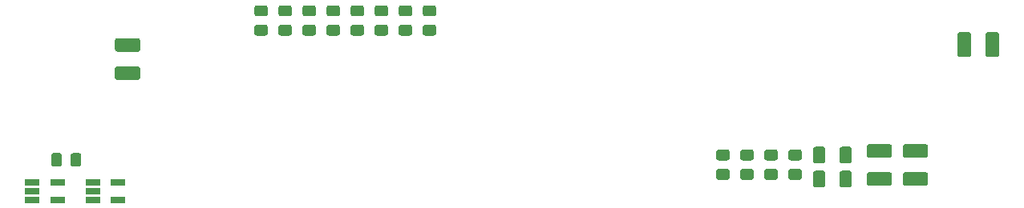
<source format=gbr>
G04 #@! TF.GenerationSoftware,KiCad,Pcbnew,(5.1.5)-3*
G04 #@! TF.CreationDate,2020-02-10T14:16:37+01:00*
G04 #@! TF.ProjectId,cmdr_mainboard,636d6472-5f6d-4616-996e-626f6172642e,rev?*
G04 #@! TF.SameCoordinates,Original*
G04 #@! TF.FileFunction,Paste,Top*
G04 #@! TF.FilePolarity,Positive*
%FSLAX46Y46*%
G04 Gerber Fmt 4.6, Leading zero omitted, Abs format (unit mm)*
G04 Created by KiCad (PCBNEW (5.1.5)-3) date 2020-02-10 14:16:37*
%MOMM*%
%LPD*%
G04 APERTURE LIST*
%ADD10C,0.100000*%
%ADD11R,1.560000X0.650000*%
G04 APERTURE END LIST*
D10*
G36*
X78442504Y-74436204D02*
G01*
X78466773Y-74439804D01*
X78490571Y-74445765D01*
X78513671Y-74454030D01*
X78535849Y-74464520D01*
X78556893Y-74477133D01*
X78576598Y-74491747D01*
X78594777Y-74508223D01*
X78611253Y-74526402D01*
X78625867Y-74546107D01*
X78638480Y-74567151D01*
X78648970Y-74589329D01*
X78657235Y-74612429D01*
X78663196Y-74636227D01*
X78666796Y-74660496D01*
X78668000Y-74685000D01*
X78668000Y-75610000D01*
X78666796Y-75634504D01*
X78663196Y-75658773D01*
X78657235Y-75682571D01*
X78648970Y-75705671D01*
X78638480Y-75727849D01*
X78625867Y-75748893D01*
X78611253Y-75768598D01*
X78594777Y-75786777D01*
X78576598Y-75803253D01*
X78556893Y-75817867D01*
X78535849Y-75830480D01*
X78513671Y-75840970D01*
X78490571Y-75849235D01*
X78466773Y-75855196D01*
X78442504Y-75858796D01*
X78418000Y-75860000D01*
X76268000Y-75860000D01*
X76243496Y-75858796D01*
X76219227Y-75855196D01*
X76195429Y-75849235D01*
X76172329Y-75840970D01*
X76150151Y-75830480D01*
X76129107Y-75817867D01*
X76109402Y-75803253D01*
X76091223Y-75786777D01*
X76074747Y-75768598D01*
X76060133Y-75748893D01*
X76047520Y-75727849D01*
X76037030Y-75705671D01*
X76028765Y-75682571D01*
X76022804Y-75658773D01*
X76019204Y-75634504D01*
X76018000Y-75610000D01*
X76018000Y-74685000D01*
X76019204Y-74660496D01*
X76022804Y-74636227D01*
X76028765Y-74612429D01*
X76037030Y-74589329D01*
X76047520Y-74567151D01*
X76060133Y-74546107D01*
X76074747Y-74526402D01*
X76091223Y-74508223D01*
X76109402Y-74491747D01*
X76129107Y-74477133D01*
X76150151Y-74464520D01*
X76172329Y-74454030D01*
X76195429Y-74445765D01*
X76219227Y-74439804D01*
X76243496Y-74436204D01*
X76268000Y-74435000D01*
X78418000Y-74435000D01*
X78442504Y-74436204D01*
G37*
G36*
X78442504Y-71461204D02*
G01*
X78466773Y-71464804D01*
X78490571Y-71470765D01*
X78513671Y-71479030D01*
X78535849Y-71489520D01*
X78556893Y-71502133D01*
X78576598Y-71516747D01*
X78594777Y-71533223D01*
X78611253Y-71551402D01*
X78625867Y-71571107D01*
X78638480Y-71592151D01*
X78648970Y-71614329D01*
X78657235Y-71637429D01*
X78663196Y-71661227D01*
X78666796Y-71685496D01*
X78668000Y-71710000D01*
X78668000Y-72635000D01*
X78666796Y-72659504D01*
X78663196Y-72683773D01*
X78657235Y-72707571D01*
X78648970Y-72730671D01*
X78638480Y-72752849D01*
X78625867Y-72773893D01*
X78611253Y-72793598D01*
X78594777Y-72811777D01*
X78576598Y-72828253D01*
X78556893Y-72842867D01*
X78535849Y-72855480D01*
X78513671Y-72865970D01*
X78490571Y-72874235D01*
X78466773Y-72880196D01*
X78442504Y-72883796D01*
X78418000Y-72885000D01*
X76268000Y-72885000D01*
X76243496Y-72883796D01*
X76219227Y-72880196D01*
X76195429Y-72874235D01*
X76172329Y-72865970D01*
X76150151Y-72855480D01*
X76129107Y-72842867D01*
X76109402Y-72828253D01*
X76091223Y-72811777D01*
X76074747Y-72793598D01*
X76060133Y-72773893D01*
X76047520Y-72752849D01*
X76037030Y-72730671D01*
X76028765Y-72707571D01*
X76022804Y-72683773D01*
X76019204Y-72659504D01*
X76018000Y-72635000D01*
X76018000Y-71710000D01*
X76019204Y-71685496D01*
X76022804Y-71661227D01*
X76028765Y-71637429D01*
X76037030Y-71614329D01*
X76047520Y-71592151D01*
X76060133Y-71571107D01*
X76074747Y-71551402D01*
X76091223Y-71533223D01*
X76109402Y-71516747D01*
X76129107Y-71502133D01*
X76150151Y-71489520D01*
X76172329Y-71479030D01*
X76195429Y-71470765D01*
X76219227Y-71464804D01*
X76243496Y-71461204D01*
X76268000Y-71460000D01*
X78418000Y-71460000D01*
X78442504Y-71461204D01*
G37*
G36*
X72240505Y-83629204D02*
G01*
X72264773Y-83632804D01*
X72288572Y-83638765D01*
X72311671Y-83647030D01*
X72333850Y-83657520D01*
X72354893Y-83670132D01*
X72374599Y-83684747D01*
X72392777Y-83701223D01*
X72409253Y-83719401D01*
X72423868Y-83739107D01*
X72436480Y-83760150D01*
X72446970Y-83782329D01*
X72455235Y-83805428D01*
X72461196Y-83829227D01*
X72464796Y-83853495D01*
X72466000Y-83877999D01*
X72466000Y-84778001D01*
X72464796Y-84802505D01*
X72461196Y-84826773D01*
X72455235Y-84850572D01*
X72446970Y-84873671D01*
X72436480Y-84895850D01*
X72423868Y-84916893D01*
X72409253Y-84936599D01*
X72392777Y-84954777D01*
X72374599Y-84971253D01*
X72354893Y-84985868D01*
X72333850Y-84998480D01*
X72311671Y-85008970D01*
X72288572Y-85017235D01*
X72264773Y-85023196D01*
X72240505Y-85026796D01*
X72216001Y-85028000D01*
X71565999Y-85028000D01*
X71541495Y-85026796D01*
X71517227Y-85023196D01*
X71493428Y-85017235D01*
X71470329Y-85008970D01*
X71448150Y-84998480D01*
X71427107Y-84985868D01*
X71407401Y-84971253D01*
X71389223Y-84954777D01*
X71372747Y-84936599D01*
X71358132Y-84916893D01*
X71345520Y-84895850D01*
X71335030Y-84873671D01*
X71326765Y-84850572D01*
X71320804Y-84826773D01*
X71317204Y-84802505D01*
X71316000Y-84778001D01*
X71316000Y-83877999D01*
X71317204Y-83853495D01*
X71320804Y-83829227D01*
X71326765Y-83805428D01*
X71335030Y-83782329D01*
X71345520Y-83760150D01*
X71358132Y-83739107D01*
X71372747Y-83719401D01*
X71389223Y-83701223D01*
X71407401Y-83684747D01*
X71427107Y-83670132D01*
X71448150Y-83657520D01*
X71470329Y-83647030D01*
X71493428Y-83638765D01*
X71517227Y-83632804D01*
X71541495Y-83629204D01*
X71565999Y-83628000D01*
X72216001Y-83628000D01*
X72240505Y-83629204D01*
G37*
G36*
X70190505Y-83629204D02*
G01*
X70214773Y-83632804D01*
X70238572Y-83638765D01*
X70261671Y-83647030D01*
X70283850Y-83657520D01*
X70304893Y-83670132D01*
X70324599Y-83684747D01*
X70342777Y-83701223D01*
X70359253Y-83719401D01*
X70373868Y-83739107D01*
X70386480Y-83760150D01*
X70396970Y-83782329D01*
X70405235Y-83805428D01*
X70411196Y-83829227D01*
X70414796Y-83853495D01*
X70416000Y-83877999D01*
X70416000Y-84778001D01*
X70414796Y-84802505D01*
X70411196Y-84826773D01*
X70405235Y-84850572D01*
X70396970Y-84873671D01*
X70386480Y-84895850D01*
X70373868Y-84916893D01*
X70359253Y-84936599D01*
X70342777Y-84954777D01*
X70324599Y-84971253D01*
X70304893Y-84985868D01*
X70283850Y-84998480D01*
X70261671Y-85008970D01*
X70238572Y-85017235D01*
X70214773Y-85023196D01*
X70190505Y-85026796D01*
X70166001Y-85028000D01*
X69515999Y-85028000D01*
X69491495Y-85026796D01*
X69467227Y-85023196D01*
X69443428Y-85017235D01*
X69420329Y-85008970D01*
X69398150Y-84998480D01*
X69377107Y-84985868D01*
X69357401Y-84971253D01*
X69339223Y-84954777D01*
X69322747Y-84936599D01*
X69308132Y-84916893D01*
X69295520Y-84895850D01*
X69285030Y-84873671D01*
X69276765Y-84850572D01*
X69270804Y-84826773D01*
X69267204Y-84802505D01*
X69266000Y-84778001D01*
X69266000Y-83877999D01*
X69267204Y-83853495D01*
X69270804Y-83829227D01*
X69276765Y-83805428D01*
X69285030Y-83782329D01*
X69295520Y-83760150D01*
X69308132Y-83739107D01*
X69322747Y-83719401D01*
X69339223Y-83701223D01*
X69357401Y-83684747D01*
X69377107Y-83670132D01*
X69398150Y-83657520D01*
X69420329Y-83647030D01*
X69443428Y-83638765D01*
X69467227Y-83632804D01*
X69491495Y-83629204D01*
X69515999Y-83628000D01*
X70166001Y-83628000D01*
X70190505Y-83629204D01*
G37*
G36*
X169143004Y-70812204D02*
G01*
X169167273Y-70815804D01*
X169191071Y-70821765D01*
X169214171Y-70830030D01*
X169236349Y-70840520D01*
X169257393Y-70853133D01*
X169277098Y-70867747D01*
X169295277Y-70884223D01*
X169311753Y-70902402D01*
X169326367Y-70922107D01*
X169338980Y-70943151D01*
X169349470Y-70965329D01*
X169357735Y-70988429D01*
X169363696Y-71012227D01*
X169367296Y-71036496D01*
X169368500Y-71061000D01*
X169368500Y-73211000D01*
X169367296Y-73235504D01*
X169363696Y-73259773D01*
X169357735Y-73283571D01*
X169349470Y-73306671D01*
X169338980Y-73328849D01*
X169326367Y-73349893D01*
X169311753Y-73369598D01*
X169295277Y-73387777D01*
X169277098Y-73404253D01*
X169257393Y-73418867D01*
X169236349Y-73431480D01*
X169214171Y-73441970D01*
X169191071Y-73450235D01*
X169167273Y-73456196D01*
X169143004Y-73459796D01*
X169118500Y-73461000D01*
X168193500Y-73461000D01*
X168168996Y-73459796D01*
X168144727Y-73456196D01*
X168120929Y-73450235D01*
X168097829Y-73441970D01*
X168075651Y-73431480D01*
X168054607Y-73418867D01*
X168034902Y-73404253D01*
X168016723Y-73387777D01*
X168000247Y-73369598D01*
X167985633Y-73349893D01*
X167973020Y-73328849D01*
X167962530Y-73306671D01*
X167954265Y-73283571D01*
X167948304Y-73259773D01*
X167944704Y-73235504D01*
X167943500Y-73211000D01*
X167943500Y-71061000D01*
X167944704Y-71036496D01*
X167948304Y-71012227D01*
X167954265Y-70988429D01*
X167962530Y-70965329D01*
X167973020Y-70943151D01*
X167985633Y-70922107D01*
X168000247Y-70902402D01*
X168016723Y-70884223D01*
X168034902Y-70867747D01*
X168054607Y-70853133D01*
X168075651Y-70840520D01*
X168097829Y-70830030D01*
X168120929Y-70821765D01*
X168144727Y-70815804D01*
X168168996Y-70812204D01*
X168193500Y-70811000D01*
X169118500Y-70811000D01*
X169143004Y-70812204D01*
G37*
G36*
X166168004Y-70812204D02*
G01*
X166192273Y-70815804D01*
X166216071Y-70821765D01*
X166239171Y-70830030D01*
X166261349Y-70840520D01*
X166282393Y-70853133D01*
X166302098Y-70867747D01*
X166320277Y-70884223D01*
X166336753Y-70902402D01*
X166351367Y-70922107D01*
X166363980Y-70943151D01*
X166374470Y-70965329D01*
X166382735Y-70988429D01*
X166388696Y-71012227D01*
X166392296Y-71036496D01*
X166393500Y-71061000D01*
X166393500Y-73211000D01*
X166392296Y-73235504D01*
X166388696Y-73259773D01*
X166382735Y-73283571D01*
X166374470Y-73306671D01*
X166363980Y-73328849D01*
X166351367Y-73349893D01*
X166336753Y-73369598D01*
X166320277Y-73387777D01*
X166302098Y-73404253D01*
X166282393Y-73418867D01*
X166261349Y-73431480D01*
X166239171Y-73441970D01*
X166216071Y-73450235D01*
X166192273Y-73456196D01*
X166168004Y-73459796D01*
X166143500Y-73461000D01*
X165218500Y-73461000D01*
X165193996Y-73459796D01*
X165169727Y-73456196D01*
X165145929Y-73450235D01*
X165122829Y-73441970D01*
X165100651Y-73431480D01*
X165079607Y-73418867D01*
X165059902Y-73404253D01*
X165041723Y-73387777D01*
X165025247Y-73369598D01*
X165010633Y-73349893D01*
X164998020Y-73328849D01*
X164987530Y-73306671D01*
X164979265Y-73283571D01*
X164973304Y-73259773D01*
X164969704Y-73235504D01*
X164968500Y-73211000D01*
X164968500Y-71061000D01*
X164969704Y-71036496D01*
X164973304Y-71012227D01*
X164979265Y-70988429D01*
X164987530Y-70965329D01*
X164998020Y-70943151D01*
X165010633Y-70922107D01*
X165025247Y-70902402D01*
X165041723Y-70884223D01*
X165059902Y-70867747D01*
X165079607Y-70853133D01*
X165100651Y-70840520D01*
X165122829Y-70830030D01*
X165145929Y-70821765D01*
X165169727Y-70815804D01*
X165193996Y-70812204D01*
X165218500Y-70811000D01*
X166143500Y-70811000D01*
X166168004Y-70812204D01*
G37*
G36*
X91914505Y-67988204D02*
G01*
X91938773Y-67991804D01*
X91962572Y-67997765D01*
X91985671Y-68006030D01*
X92007850Y-68016520D01*
X92028893Y-68029132D01*
X92048599Y-68043747D01*
X92066777Y-68060223D01*
X92083253Y-68078401D01*
X92097868Y-68098107D01*
X92110480Y-68119150D01*
X92120970Y-68141329D01*
X92129235Y-68164428D01*
X92135196Y-68188227D01*
X92138796Y-68212495D01*
X92140000Y-68236999D01*
X92140000Y-68887001D01*
X92138796Y-68911505D01*
X92135196Y-68935773D01*
X92129235Y-68959572D01*
X92120970Y-68982671D01*
X92110480Y-69004850D01*
X92097868Y-69025893D01*
X92083253Y-69045599D01*
X92066777Y-69063777D01*
X92048599Y-69080253D01*
X92028893Y-69094868D01*
X92007850Y-69107480D01*
X91985671Y-69117970D01*
X91962572Y-69126235D01*
X91938773Y-69132196D01*
X91914505Y-69135796D01*
X91890001Y-69137000D01*
X90989999Y-69137000D01*
X90965495Y-69135796D01*
X90941227Y-69132196D01*
X90917428Y-69126235D01*
X90894329Y-69117970D01*
X90872150Y-69107480D01*
X90851107Y-69094868D01*
X90831401Y-69080253D01*
X90813223Y-69063777D01*
X90796747Y-69045599D01*
X90782132Y-69025893D01*
X90769520Y-69004850D01*
X90759030Y-68982671D01*
X90750765Y-68959572D01*
X90744804Y-68935773D01*
X90741204Y-68911505D01*
X90740000Y-68887001D01*
X90740000Y-68236999D01*
X90741204Y-68212495D01*
X90744804Y-68188227D01*
X90750765Y-68164428D01*
X90759030Y-68141329D01*
X90769520Y-68119150D01*
X90782132Y-68098107D01*
X90796747Y-68078401D01*
X90813223Y-68060223D01*
X90831401Y-68043747D01*
X90851107Y-68029132D01*
X90872150Y-68016520D01*
X90894329Y-68006030D01*
X90917428Y-67997765D01*
X90941227Y-67991804D01*
X90965495Y-67988204D01*
X90989999Y-67987000D01*
X91890001Y-67987000D01*
X91914505Y-67988204D01*
G37*
G36*
X91914505Y-70038204D02*
G01*
X91938773Y-70041804D01*
X91962572Y-70047765D01*
X91985671Y-70056030D01*
X92007850Y-70066520D01*
X92028893Y-70079132D01*
X92048599Y-70093747D01*
X92066777Y-70110223D01*
X92083253Y-70128401D01*
X92097868Y-70148107D01*
X92110480Y-70169150D01*
X92120970Y-70191329D01*
X92129235Y-70214428D01*
X92135196Y-70238227D01*
X92138796Y-70262495D01*
X92140000Y-70286999D01*
X92140000Y-70937001D01*
X92138796Y-70961505D01*
X92135196Y-70985773D01*
X92129235Y-71009572D01*
X92120970Y-71032671D01*
X92110480Y-71054850D01*
X92097868Y-71075893D01*
X92083253Y-71095599D01*
X92066777Y-71113777D01*
X92048599Y-71130253D01*
X92028893Y-71144868D01*
X92007850Y-71157480D01*
X91985671Y-71167970D01*
X91962572Y-71176235D01*
X91938773Y-71182196D01*
X91914505Y-71185796D01*
X91890001Y-71187000D01*
X90989999Y-71187000D01*
X90965495Y-71185796D01*
X90941227Y-71182196D01*
X90917428Y-71176235D01*
X90894329Y-71167970D01*
X90872150Y-71157480D01*
X90851107Y-71144868D01*
X90831401Y-71130253D01*
X90813223Y-71113777D01*
X90796747Y-71095599D01*
X90782132Y-71075893D01*
X90769520Y-71054850D01*
X90759030Y-71032671D01*
X90750765Y-71009572D01*
X90744804Y-70985773D01*
X90741204Y-70961505D01*
X90740000Y-70937001D01*
X90740000Y-70286999D01*
X90741204Y-70262495D01*
X90744804Y-70238227D01*
X90750765Y-70214428D01*
X90759030Y-70191329D01*
X90769520Y-70169150D01*
X90782132Y-70148107D01*
X90796747Y-70128401D01*
X90813223Y-70110223D01*
X90831401Y-70093747D01*
X90851107Y-70079132D01*
X90872150Y-70066520D01*
X90894329Y-70056030D01*
X90917428Y-70047765D01*
X90941227Y-70041804D01*
X90965495Y-70038204D01*
X90989999Y-70037000D01*
X91890001Y-70037000D01*
X91914505Y-70038204D01*
G37*
G36*
X150767504Y-85486204D02*
G01*
X150791773Y-85489804D01*
X150815571Y-85495765D01*
X150838671Y-85504030D01*
X150860849Y-85514520D01*
X150881893Y-85527133D01*
X150901598Y-85541747D01*
X150919777Y-85558223D01*
X150936253Y-85576402D01*
X150950867Y-85596107D01*
X150963480Y-85617151D01*
X150973970Y-85639329D01*
X150982235Y-85662429D01*
X150988196Y-85686227D01*
X150991796Y-85710496D01*
X150993000Y-85735000D01*
X150993000Y-86985000D01*
X150991796Y-87009504D01*
X150988196Y-87033773D01*
X150982235Y-87057571D01*
X150973970Y-87080671D01*
X150963480Y-87102849D01*
X150950867Y-87123893D01*
X150936253Y-87143598D01*
X150919777Y-87161777D01*
X150901598Y-87178253D01*
X150881893Y-87192867D01*
X150860849Y-87205480D01*
X150838671Y-87215970D01*
X150815571Y-87224235D01*
X150791773Y-87230196D01*
X150767504Y-87233796D01*
X150743000Y-87235000D01*
X149993000Y-87235000D01*
X149968496Y-87233796D01*
X149944227Y-87230196D01*
X149920429Y-87224235D01*
X149897329Y-87215970D01*
X149875151Y-87205480D01*
X149854107Y-87192867D01*
X149834402Y-87178253D01*
X149816223Y-87161777D01*
X149799747Y-87143598D01*
X149785133Y-87123893D01*
X149772520Y-87102849D01*
X149762030Y-87080671D01*
X149753765Y-87057571D01*
X149747804Y-87033773D01*
X149744204Y-87009504D01*
X149743000Y-86985000D01*
X149743000Y-85735000D01*
X149744204Y-85710496D01*
X149747804Y-85686227D01*
X149753765Y-85662429D01*
X149762030Y-85639329D01*
X149772520Y-85617151D01*
X149785133Y-85596107D01*
X149799747Y-85576402D01*
X149816223Y-85558223D01*
X149834402Y-85541747D01*
X149854107Y-85527133D01*
X149875151Y-85514520D01*
X149897329Y-85504030D01*
X149920429Y-85495765D01*
X149944227Y-85489804D01*
X149968496Y-85486204D01*
X149993000Y-85485000D01*
X150743000Y-85485000D01*
X150767504Y-85486204D01*
G37*
G36*
X153567504Y-85486204D02*
G01*
X153591773Y-85489804D01*
X153615571Y-85495765D01*
X153638671Y-85504030D01*
X153660849Y-85514520D01*
X153681893Y-85527133D01*
X153701598Y-85541747D01*
X153719777Y-85558223D01*
X153736253Y-85576402D01*
X153750867Y-85596107D01*
X153763480Y-85617151D01*
X153773970Y-85639329D01*
X153782235Y-85662429D01*
X153788196Y-85686227D01*
X153791796Y-85710496D01*
X153793000Y-85735000D01*
X153793000Y-86985000D01*
X153791796Y-87009504D01*
X153788196Y-87033773D01*
X153782235Y-87057571D01*
X153773970Y-87080671D01*
X153763480Y-87102849D01*
X153750867Y-87123893D01*
X153736253Y-87143598D01*
X153719777Y-87161777D01*
X153701598Y-87178253D01*
X153681893Y-87192867D01*
X153660849Y-87205480D01*
X153638671Y-87215970D01*
X153615571Y-87224235D01*
X153591773Y-87230196D01*
X153567504Y-87233796D01*
X153543000Y-87235000D01*
X152793000Y-87235000D01*
X152768496Y-87233796D01*
X152744227Y-87230196D01*
X152720429Y-87224235D01*
X152697329Y-87215970D01*
X152675151Y-87205480D01*
X152654107Y-87192867D01*
X152634402Y-87178253D01*
X152616223Y-87161777D01*
X152599747Y-87143598D01*
X152585133Y-87123893D01*
X152572520Y-87102849D01*
X152562030Y-87080671D01*
X152553765Y-87057571D01*
X152547804Y-87033773D01*
X152544204Y-87009504D01*
X152543000Y-86985000D01*
X152543000Y-85735000D01*
X152544204Y-85710496D01*
X152547804Y-85686227D01*
X152553765Y-85662429D01*
X152562030Y-85639329D01*
X152572520Y-85617151D01*
X152585133Y-85596107D01*
X152599747Y-85576402D01*
X152616223Y-85558223D01*
X152634402Y-85541747D01*
X152654107Y-85527133D01*
X152675151Y-85514520D01*
X152697329Y-85504030D01*
X152720429Y-85495765D01*
X152744227Y-85489804D01*
X152768496Y-85486204D01*
X152793000Y-85485000D01*
X153543000Y-85485000D01*
X153567504Y-85486204D01*
G37*
G36*
X150767504Y-82946204D02*
G01*
X150791773Y-82949804D01*
X150815571Y-82955765D01*
X150838671Y-82964030D01*
X150860849Y-82974520D01*
X150881893Y-82987133D01*
X150901598Y-83001747D01*
X150919777Y-83018223D01*
X150936253Y-83036402D01*
X150950867Y-83056107D01*
X150963480Y-83077151D01*
X150973970Y-83099329D01*
X150982235Y-83122429D01*
X150988196Y-83146227D01*
X150991796Y-83170496D01*
X150993000Y-83195000D01*
X150993000Y-84445000D01*
X150991796Y-84469504D01*
X150988196Y-84493773D01*
X150982235Y-84517571D01*
X150973970Y-84540671D01*
X150963480Y-84562849D01*
X150950867Y-84583893D01*
X150936253Y-84603598D01*
X150919777Y-84621777D01*
X150901598Y-84638253D01*
X150881893Y-84652867D01*
X150860849Y-84665480D01*
X150838671Y-84675970D01*
X150815571Y-84684235D01*
X150791773Y-84690196D01*
X150767504Y-84693796D01*
X150743000Y-84695000D01*
X149993000Y-84695000D01*
X149968496Y-84693796D01*
X149944227Y-84690196D01*
X149920429Y-84684235D01*
X149897329Y-84675970D01*
X149875151Y-84665480D01*
X149854107Y-84652867D01*
X149834402Y-84638253D01*
X149816223Y-84621777D01*
X149799747Y-84603598D01*
X149785133Y-84583893D01*
X149772520Y-84562849D01*
X149762030Y-84540671D01*
X149753765Y-84517571D01*
X149747804Y-84493773D01*
X149744204Y-84469504D01*
X149743000Y-84445000D01*
X149743000Y-83195000D01*
X149744204Y-83170496D01*
X149747804Y-83146227D01*
X149753765Y-83122429D01*
X149762030Y-83099329D01*
X149772520Y-83077151D01*
X149785133Y-83056107D01*
X149799747Y-83036402D01*
X149816223Y-83018223D01*
X149834402Y-83001747D01*
X149854107Y-82987133D01*
X149875151Y-82974520D01*
X149897329Y-82964030D01*
X149920429Y-82955765D01*
X149944227Y-82949804D01*
X149968496Y-82946204D01*
X149993000Y-82945000D01*
X150743000Y-82945000D01*
X150767504Y-82946204D01*
G37*
G36*
X153567504Y-82946204D02*
G01*
X153591773Y-82949804D01*
X153615571Y-82955765D01*
X153638671Y-82964030D01*
X153660849Y-82974520D01*
X153681893Y-82987133D01*
X153701598Y-83001747D01*
X153719777Y-83018223D01*
X153736253Y-83036402D01*
X153750867Y-83056107D01*
X153763480Y-83077151D01*
X153773970Y-83099329D01*
X153782235Y-83122429D01*
X153788196Y-83146227D01*
X153791796Y-83170496D01*
X153793000Y-83195000D01*
X153793000Y-84445000D01*
X153791796Y-84469504D01*
X153788196Y-84493773D01*
X153782235Y-84517571D01*
X153773970Y-84540671D01*
X153763480Y-84562849D01*
X153750867Y-84583893D01*
X153736253Y-84603598D01*
X153719777Y-84621777D01*
X153701598Y-84638253D01*
X153681893Y-84652867D01*
X153660849Y-84665480D01*
X153638671Y-84675970D01*
X153615571Y-84684235D01*
X153591773Y-84690196D01*
X153567504Y-84693796D01*
X153543000Y-84695000D01*
X152793000Y-84695000D01*
X152768496Y-84693796D01*
X152744227Y-84690196D01*
X152720429Y-84684235D01*
X152697329Y-84675970D01*
X152675151Y-84665480D01*
X152654107Y-84652867D01*
X152634402Y-84638253D01*
X152616223Y-84621777D01*
X152599747Y-84603598D01*
X152585133Y-84583893D01*
X152572520Y-84562849D01*
X152562030Y-84540671D01*
X152553765Y-84517571D01*
X152547804Y-84493773D01*
X152544204Y-84469504D01*
X152543000Y-84445000D01*
X152543000Y-83195000D01*
X152544204Y-83170496D01*
X152547804Y-83146227D01*
X152553765Y-83122429D01*
X152562030Y-83099329D01*
X152572520Y-83077151D01*
X152585133Y-83056107D01*
X152599747Y-83036402D01*
X152616223Y-83018223D01*
X152634402Y-83001747D01*
X152654107Y-82987133D01*
X152675151Y-82974520D01*
X152697329Y-82964030D01*
X152720429Y-82955765D01*
X152744227Y-82949804D01*
X152768496Y-82946204D01*
X152793000Y-82945000D01*
X153543000Y-82945000D01*
X153567504Y-82946204D01*
G37*
G36*
X161627504Y-85648704D02*
G01*
X161651773Y-85652304D01*
X161675571Y-85658265D01*
X161698671Y-85666530D01*
X161720849Y-85677020D01*
X161741893Y-85689633D01*
X161761598Y-85704247D01*
X161779777Y-85720723D01*
X161796253Y-85738902D01*
X161810867Y-85758607D01*
X161823480Y-85779651D01*
X161833970Y-85801829D01*
X161842235Y-85824929D01*
X161848196Y-85848727D01*
X161851796Y-85872996D01*
X161853000Y-85897500D01*
X161853000Y-86822500D01*
X161851796Y-86847004D01*
X161848196Y-86871273D01*
X161842235Y-86895071D01*
X161833970Y-86918171D01*
X161823480Y-86940349D01*
X161810867Y-86961393D01*
X161796253Y-86981098D01*
X161779777Y-86999277D01*
X161761598Y-87015753D01*
X161741893Y-87030367D01*
X161720849Y-87042980D01*
X161698671Y-87053470D01*
X161675571Y-87061735D01*
X161651773Y-87067696D01*
X161627504Y-87071296D01*
X161603000Y-87072500D01*
X159453000Y-87072500D01*
X159428496Y-87071296D01*
X159404227Y-87067696D01*
X159380429Y-87061735D01*
X159357329Y-87053470D01*
X159335151Y-87042980D01*
X159314107Y-87030367D01*
X159294402Y-87015753D01*
X159276223Y-86999277D01*
X159259747Y-86981098D01*
X159245133Y-86961393D01*
X159232520Y-86940349D01*
X159222030Y-86918171D01*
X159213765Y-86895071D01*
X159207804Y-86871273D01*
X159204204Y-86847004D01*
X159203000Y-86822500D01*
X159203000Y-85897500D01*
X159204204Y-85872996D01*
X159207804Y-85848727D01*
X159213765Y-85824929D01*
X159222030Y-85801829D01*
X159232520Y-85779651D01*
X159245133Y-85758607D01*
X159259747Y-85738902D01*
X159276223Y-85720723D01*
X159294402Y-85704247D01*
X159314107Y-85689633D01*
X159335151Y-85677020D01*
X159357329Y-85666530D01*
X159380429Y-85658265D01*
X159404227Y-85652304D01*
X159428496Y-85648704D01*
X159453000Y-85647500D01*
X161603000Y-85647500D01*
X161627504Y-85648704D01*
G37*
G36*
X161627504Y-82673704D02*
G01*
X161651773Y-82677304D01*
X161675571Y-82683265D01*
X161698671Y-82691530D01*
X161720849Y-82702020D01*
X161741893Y-82714633D01*
X161761598Y-82729247D01*
X161779777Y-82745723D01*
X161796253Y-82763902D01*
X161810867Y-82783607D01*
X161823480Y-82804651D01*
X161833970Y-82826829D01*
X161842235Y-82849929D01*
X161848196Y-82873727D01*
X161851796Y-82897996D01*
X161853000Y-82922500D01*
X161853000Y-83847500D01*
X161851796Y-83872004D01*
X161848196Y-83896273D01*
X161842235Y-83920071D01*
X161833970Y-83943171D01*
X161823480Y-83965349D01*
X161810867Y-83986393D01*
X161796253Y-84006098D01*
X161779777Y-84024277D01*
X161761598Y-84040753D01*
X161741893Y-84055367D01*
X161720849Y-84067980D01*
X161698671Y-84078470D01*
X161675571Y-84086735D01*
X161651773Y-84092696D01*
X161627504Y-84096296D01*
X161603000Y-84097500D01*
X159453000Y-84097500D01*
X159428496Y-84096296D01*
X159404227Y-84092696D01*
X159380429Y-84086735D01*
X159357329Y-84078470D01*
X159335151Y-84067980D01*
X159314107Y-84055367D01*
X159294402Y-84040753D01*
X159276223Y-84024277D01*
X159259747Y-84006098D01*
X159245133Y-83986393D01*
X159232520Y-83965349D01*
X159222030Y-83943171D01*
X159213765Y-83920071D01*
X159207804Y-83896273D01*
X159204204Y-83872004D01*
X159203000Y-83847500D01*
X159203000Y-82922500D01*
X159204204Y-82897996D01*
X159207804Y-82873727D01*
X159213765Y-82849929D01*
X159222030Y-82826829D01*
X159232520Y-82804651D01*
X159245133Y-82783607D01*
X159259747Y-82763902D01*
X159276223Y-82745723D01*
X159294402Y-82729247D01*
X159314107Y-82714633D01*
X159335151Y-82702020D01*
X159357329Y-82691530D01*
X159380429Y-82683265D01*
X159404227Y-82677304D01*
X159428496Y-82673704D01*
X159453000Y-82672500D01*
X161603000Y-82672500D01*
X161627504Y-82673704D01*
G37*
G36*
X157817504Y-85648704D02*
G01*
X157841773Y-85652304D01*
X157865571Y-85658265D01*
X157888671Y-85666530D01*
X157910849Y-85677020D01*
X157931893Y-85689633D01*
X157951598Y-85704247D01*
X157969777Y-85720723D01*
X157986253Y-85738902D01*
X158000867Y-85758607D01*
X158013480Y-85779651D01*
X158023970Y-85801829D01*
X158032235Y-85824929D01*
X158038196Y-85848727D01*
X158041796Y-85872996D01*
X158043000Y-85897500D01*
X158043000Y-86822500D01*
X158041796Y-86847004D01*
X158038196Y-86871273D01*
X158032235Y-86895071D01*
X158023970Y-86918171D01*
X158013480Y-86940349D01*
X158000867Y-86961393D01*
X157986253Y-86981098D01*
X157969777Y-86999277D01*
X157951598Y-87015753D01*
X157931893Y-87030367D01*
X157910849Y-87042980D01*
X157888671Y-87053470D01*
X157865571Y-87061735D01*
X157841773Y-87067696D01*
X157817504Y-87071296D01*
X157793000Y-87072500D01*
X155643000Y-87072500D01*
X155618496Y-87071296D01*
X155594227Y-87067696D01*
X155570429Y-87061735D01*
X155547329Y-87053470D01*
X155525151Y-87042980D01*
X155504107Y-87030367D01*
X155484402Y-87015753D01*
X155466223Y-86999277D01*
X155449747Y-86981098D01*
X155435133Y-86961393D01*
X155422520Y-86940349D01*
X155412030Y-86918171D01*
X155403765Y-86895071D01*
X155397804Y-86871273D01*
X155394204Y-86847004D01*
X155393000Y-86822500D01*
X155393000Y-85897500D01*
X155394204Y-85872996D01*
X155397804Y-85848727D01*
X155403765Y-85824929D01*
X155412030Y-85801829D01*
X155422520Y-85779651D01*
X155435133Y-85758607D01*
X155449747Y-85738902D01*
X155466223Y-85720723D01*
X155484402Y-85704247D01*
X155504107Y-85689633D01*
X155525151Y-85677020D01*
X155547329Y-85666530D01*
X155570429Y-85658265D01*
X155594227Y-85652304D01*
X155618496Y-85648704D01*
X155643000Y-85647500D01*
X157793000Y-85647500D01*
X157817504Y-85648704D01*
G37*
G36*
X157817504Y-82673704D02*
G01*
X157841773Y-82677304D01*
X157865571Y-82683265D01*
X157888671Y-82691530D01*
X157910849Y-82702020D01*
X157931893Y-82714633D01*
X157951598Y-82729247D01*
X157969777Y-82745723D01*
X157986253Y-82763902D01*
X158000867Y-82783607D01*
X158013480Y-82804651D01*
X158023970Y-82826829D01*
X158032235Y-82849929D01*
X158038196Y-82873727D01*
X158041796Y-82897996D01*
X158043000Y-82922500D01*
X158043000Y-83847500D01*
X158041796Y-83872004D01*
X158038196Y-83896273D01*
X158032235Y-83920071D01*
X158023970Y-83943171D01*
X158013480Y-83965349D01*
X158000867Y-83986393D01*
X157986253Y-84006098D01*
X157969777Y-84024277D01*
X157951598Y-84040753D01*
X157931893Y-84055367D01*
X157910849Y-84067980D01*
X157888671Y-84078470D01*
X157865571Y-84086735D01*
X157841773Y-84092696D01*
X157817504Y-84096296D01*
X157793000Y-84097500D01*
X155643000Y-84097500D01*
X155618496Y-84096296D01*
X155594227Y-84092696D01*
X155570429Y-84086735D01*
X155547329Y-84078470D01*
X155525151Y-84067980D01*
X155504107Y-84055367D01*
X155484402Y-84040753D01*
X155466223Y-84024277D01*
X155449747Y-84006098D01*
X155435133Y-83986393D01*
X155422520Y-83965349D01*
X155412030Y-83943171D01*
X155403765Y-83920071D01*
X155397804Y-83896273D01*
X155394204Y-83872004D01*
X155393000Y-83847500D01*
X155393000Y-82922500D01*
X155394204Y-82897996D01*
X155397804Y-82873727D01*
X155403765Y-82849929D01*
X155412030Y-82826829D01*
X155422520Y-82804651D01*
X155435133Y-82783607D01*
X155449747Y-82763902D01*
X155466223Y-82745723D01*
X155484402Y-82729247D01*
X155504107Y-82714633D01*
X155525151Y-82702020D01*
X155547329Y-82691530D01*
X155570429Y-82683265D01*
X155594227Y-82677304D01*
X155618496Y-82673704D01*
X155643000Y-82672500D01*
X157793000Y-82672500D01*
X157817504Y-82673704D01*
G37*
D11*
X76360000Y-86680000D03*
X76360000Y-88580000D03*
X73660000Y-88580000D03*
X73660000Y-87630000D03*
X73660000Y-86680000D03*
X69930000Y-86680000D03*
X69930000Y-88580000D03*
X67230000Y-88580000D03*
X67230000Y-87630000D03*
X67230000Y-86680000D03*
D10*
G36*
X148302505Y-85296204D02*
G01*
X148326773Y-85299804D01*
X148350572Y-85305765D01*
X148373671Y-85314030D01*
X148395850Y-85324520D01*
X148416893Y-85337132D01*
X148436599Y-85351747D01*
X148454777Y-85368223D01*
X148471253Y-85386401D01*
X148485868Y-85406107D01*
X148498480Y-85427150D01*
X148508970Y-85449329D01*
X148517235Y-85472428D01*
X148523196Y-85496227D01*
X148526796Y-85520495D01*
X148528000Y-85544999D01*
X148528000Y-86195001D01*
X148526796Y-86219505D01*
X148523196Y-86243773D01*
X148517235Y-86267572D01*
X148508970Y-86290671D01*
X148498480Y-86312850D01*
X148485868Y-86333893D01*
X148471253Y-86353599D01*
X148454777Y-86371777D01*
X148436599Y-86388253D01*
X148416893Y-86402868D01*
X148395850Y-86415480D01*
X148373671Y-86425970D01*
X148350572Y-86434235D01*
X148326773Y-86440196D01*
X148302505Y-86443796D01*
X148278001Y-86445000D01*
X147377999Y-86445000D01*
X147353495Y-86443796D01*
X147329227Y-86440196D01*
X147305428Y-86434235D01*
X147282329Y-86425970D01*
X147260150Y-86415480D01*
X147239107Y-86402868D01*
X147219401Y-86388253D01*
X147201223Y-86371777D01*
X147184747Y-86353599D01*
X147170132Y-86333893D01*
X147157520Y-86312850D01*
X147147030Y-86290671D01*
X147138765Y-86267572D01*
X147132804Y-86243773D01*
X147129204Y-86219505D01*
X147128000Y-86195001D01*
X147128000Y-85544999D01*
X147129204Y-85520495D01*
X147132804Y-85496227D01*
X147138765Y-85472428D01*
X147147030Y-85449329D01*
X147157520Y-85427150D01*
X147170132Y-85406107D01*
X147184747Y-85386401D01*
X147201223Y-85368223D01*
X147219401Y-85351747D01*
X147239107Y-85337132D01*
X147260150Y-85324520D01*
X147282329Y-85314030D01*
X147305428Y-85305765D01*
X147329227Y-85299804D01*
X147353495Y-85296204D01*
X147377999Y-85295000D01*
X148278001Y-85295000D01*
X148302505Y-85296204D01*
G37*
G36*
X148302505Y-83246204D02*
G01*
X148326773Y-83249804D01*
X148350572Y-83255765D01*
X148373671Y-83264030D01*
X148395850Y-83274520D01*
X148416893Y-83287132D01*
X148436599Y-83301747D01*
X148454777Y-83318223D01*
X148471253Y-83336401D01*
X148485868Y-83356107D01*
X148498480Y-83377150D01*
X148508970Y-83399329D01*
X148517235Y-83422428D01*
X148523196Y-83446227D01*
X148526796Y-83470495D01*
X148528000Y-83494999D01*
X148528000Y-84145001D01*
X148526796Y-84169505D01*
X148523196Y-84193773D01*
X148517235Y-84217572D01*
X148508970Y-84240671D01*
X148498480Y-84262850D01*
X148485868Y-84283893D01*
X148471253Y-84303599D01*
X148454777Y-84321777D01*
X148436599Y-84338253D01*
X148416893Y-84352868D01*
X148395850Y-84365480D01*
X148373671Y-84375970D01*
X148350572Y-84384235D01*
X148326773Y-84390196D01*
X148302505Y-84393796D01*
X148278001Y-84395000D01*
X147377999Y-84395000D01*
X147353495Y-84393796D01*
X147329227Y-84390196D01*
X147305428Y-84384235D01*
X147282329Y-84375970D01*
X147260150Y-84365480D01*
X147239107Y-84352868D01*
X147219401Y-84338253D01*
X147201223Y-84321777D01*
X147184747Y-84303599D01*
X147170132Y-84283893D01*
X147157520Y-84262850D01*
X147147030Y-84240671D01*
X147138765Y-84217572D01*
X147132804Y-84193773D01*
X147129204Y-84169505D01*
X147128000Y-84145001D01*
X147128000Y-83494999D01*
X147129204Y-83470495D01*
X147132804Y-83446227D01*
X147138765Y-83422428D01*
X147147030Y-83399329D01*
X147157520Y-83377150D01*
X147170132Y-83356107D01*
X147184747Y-83336401D01*
X147201223Y-83318223D01*
X147219401Y-83301747D01*
X147239107Y-83287132D01*
X147260150Y-83274520D01*
X147282329Y-83264030D01*
X147305428Y-83255765D01*
X147329227Y-83249804D01*
X147353495Y-83246204D01*
X147377999Y-83245000D01*
X148278001Y-83245000D01*
X148302505Y-83246204D01*
G37*
G36*
X143222505Y-85296204D02*
G01*
X143246773Y-85299804D01*
X143270572Y-85305765D01*
X143293671Y-85314030D01*
X143315850Y-85324520D01*
X143336893Y-85337132D01*
X143356599Y-85351747D01*
X143374777Y-85368223D01*
X143391253Y-85386401D01*
X143405868Y-85406107D01*
X143418480Y-85427150D01*
X143428970Y-85449329D01*
X143437235Y-85472428D01*
X143443196Y-85496227D01*
X143446796Y-85520495D01*
X143448000Y-85544999D01*
X143448000Y-86195001D01*
X143446796Y-86219505D01*
X143443196Y-86243773D01*
X143437235Y-86267572D01*
X143428970Y-86290671D01*
X143418480Y-86312850D01*
X143405868Y-86333893D01*
X143391253Y-86353599D01*
X143374777Y-86371777D01*
X143356599Y-86388253D01*
X143336893Y-86402868D01*
X143315850Y-86415480D01*
X143293671Y-86425970D01*
X143270572Y-86434235D01*
X143246773Y-86440196D01*
X143222505Y-86443796D01*
X143198001Y-86445000D01*
X142297999Y-86445000D01*
X142273495Y-86443796D01*
X142249227Y-86440196D01*
X142225428Y-86434235D01*
X142202329Y-86425970D01*
X142180150Y-86415480D01*
X142159107Y-86402868D01*
X142139401Y-86388253D01*
X142121223Y-86371777D01*
X142104747Y-86353599D01*
X142090132Y-86333893D01*
X142077520Y-86312850D01*
X142067030Y-86290671D01*
X142058765Y-86267572D01*
X142052804Y-86243773D01*
X142049204Y-86219505D01*
X142048000Y-86195001D01*
X142048000Y-85544999D01*
X142049204Y-85520495D01*
X142052804Y-85496227D01*
X142058765Y-85472428D01*
X142067030Y-85449329D01*
X142077520Y-85427150D01*
X142090132Y-85406107D01*
X142104747Y-85386401D01*
X142121223Y-85368223D01*
X142139401Y-85351747D01*
X142159107Y-85337132D01*
X142180150Y-85324520D01*
X142202329Y-85314030D01*
X142225428Y-85305765D01*
X142249227Y-85299804D01*
X142273495Y-85296204D01*
X142297999Y-85295000D01*
X143198001Y-85295000D01*
X143222505Y-85296204D01*
G37*
G36*
X143222505Y-83246204D02*
G01*
X143246773Y-83249804D01*
X143270572Y-83255765D01*
X143293671Y-83264030D01*
X143315850Y-83274520D01*
X143336893Y-83287132D01*
X143356599Y-83301747D01*
X143374777Y-83318223D01*
X143391253Y-83336401D01*
X143405868Y-83356107D01*
X143418480Y-83377150D01*
X143428970Y-83399329D01*
X143437235Y-83422428D01*
X143443196Y-83446227D01*
X143446796Y-83470495D01*
X143448000Y-83494999D01*
X143448000Y-84145001D01*
X143446796Y-84169505D01*
X143443196Y-84193773D01*
X143437235Y-84217572D01*
X143428970Y-84240671D01*
X143418480Y-84262850D01*
X143405868Y-84283893D01*
X143391253Y-84303599D01*
X143374777Y-84321777D01*
X143356599Y-84338253D01*
X143336893Y-84352868D01*
X143315850Y-84365480D01*
X143293671Y-84375970D01*
X143270572Y-84384235D01*
X143246773Y-84390196D01*
X143222505Y-84393796D01*
X143198001Y-84395000D01*
X142297999Y-84395000D01*
X142273495Y-84393796D01*
X142249227Y-84390196D01*
X142225428Y-84384235D01*
X142202329Y-84375970D01*
X142180150Y-84365480D01*
X142159107Y-84352868D01*
X142139401Y-84338253D01*
X142121223Y-84321777D01*
X142104747Y-84303599D01*
X142090132Y-84283893D01*
X142077520Y-84262850D01*
X142067030Y-84240671D01*
X142058765Y-84217572D01*
X142052804Y-84193773D01*
X142049204Y-84169505D01*
X142048000Y-84145001D01*
X142048000Y-83494999D01*
X142049204Y-83470495D01*
X142052804Y-83446227D01*
X142058765Y-83422428D01*
X142067030Y-83399329D01*
X142077520Y-83377150D01*
X142090132Y-83356107D01*
X142104747Y-83336401D01*
X142121223Y-83318223D01*
X142139401Y-83301747D01*
X142159107Y-83287132D01*
X142180150Y-83274520D01*
X142202329Y-83264030D01*
X142225428Y-83255765D01*
X142249227Y-83249804D01*
X142273495Y-83246204D01*
X142297999Y-83245000D01*
X143198001Y-83245000D01*
X143222505Y-83246204D01*
G37*
G36*
X145762505Y-85296204D02*
G01*
X145786773Y-85299804D01*
X145810572Y-85305765D01*
X145833671Y-85314030D01*
X145855850Y-85324520D01*
X145876893Y-85337132D01*
X145896599Y-85351747D01*
X145914777Y-85368223D01*
X145931253Y-85386401D01*
X145945868Y-85406107D01*
X145958480Y-85427150D01*
X145968970Y-85449329D01*
X145977235Y-85472428D01*
X145983196Y-85496227D01*
X145986796Y-85520495D01*
X145988000Y-85544999D01*
X145988000Y-86195001D01*
X145986796Y-86219505D01*
X145983196Y-86243773D01*
X145977235Y-86267572D01*
X145968970Y-86290671D01*
X145958480Y-86312850D01*
X145945868Y-86333893D01*
X145931253Y-86353599D01*
X145914777Y-86371777D01*
X145896599Y-86388253D01*
X145876893Y-86402868D01*
X145855850Y-86415480D01*
X145833671Y-86425970D01*
X145810572Y-86434235D01*
X145786773Y-86440196D01*
X145762505Y-86443796D01*
X145738001Y-86445000D01*
X144837999Y-86445000D01*
X144813495Y-86443796D01*
X144789227Y-86440196D01*
X144765428Y-86434235D01*
X144742329Y-86425970D01*
X144720150Y-86415480D01*
X144699107Y-86402868D01*
X144679401Y-86388253D01*
X144661223Y-86371777D01*
X144644747Y-86353599D01*
X144630132Y-86333893D01*
X144617520Y-86312850D01*
X144607030Y-86290671D01*
X144598765Y-86267572D01*
X144592804Y-86243773D01*
X144589204Y-86219505D01*
X144588000Y-86195001D01*
X144588000Y-85544999D01*
X144589204Y-85520495D01*
X144592804Y-85496227D01*
X144598765Y-85472428D01*
X144607030Y-85449329D01*
X144617520Y-85427150D01*
X144630132Y-85406107D01*
X144644747Y-85386401D01*
X144661223Y-85368223D01*
X144679401Y-85351747D01*
X144699107Y-85337132D01*
X144720150Y-85324520D01*
X144742329Y-85314030D01*
X144765428Y-85305765D01*
X144789227Y-85299804D01*
X144813495Y-85296204D01*
X144837999Y-85295000D01*
X145738001Y-85295000D01*
X145762505Y-85296204D01*
G37*
G36*
X145762505Y-83246204D02*
G01*
X145786773Y-83249804D01*
X145810572Y-83255765D01*
X145833671Y-83264030D01*
X145855850Y-83274520D01*
X145876893Y-83287132D01*
X145896599Y-83301747D01*
X145914777Y-83318223D01*
X145931253Y-83336401D01*
X145945868Y-83356107D01*
X145958480Y-83377150D01*
X145968970Y-83399329D01*
X145977235Y-83422428D01*
X145983196Y-83446227D01*
X145986796Y-83470495D01*
X145988000Y-83494999D01*
X145988000Y-84145001D01*
X145986796Y-84169505D01*
X145983196Y-84193773D01*
X145977235Y-84217572D01*
X145968970Y-84240671D01*
X145958480Y-84262850D01*
X145945868Y-84283893D01*
X145931253Y-84303599D01*
X145914777Y-84321777D01*
X145896599Y-84338253D01*
X145876893Y-84352868D01*
X145855850Y-84365480D01*
X145833671Y-84375970D01*
X145810572Y-84384235D01*
X145786773Y-84390196D01*
X145762505Y-84393796D01*
X145738001Y-84395000D01*
X144837999Y-84395000D01*
X144813495Y-84393796D01*
X144789227Y-84390196D01*
X144765428Y-84384235D01*
X144742329Y-84375970D01*
X144720150Y-84365480D01*
X144699107Y-84352868D01*
X144679401Y-84338253D01*
X144661223Y-84321777D01*
X144644747Y-84303599D01*
X144630132Y-84283893D01*
X144617520Y-84262850D01*
X144607030Y-84240671D01*
X144598765Y-84217572D01*
X144592804Y-84193773D01*
X144589204Y-84169505D01*
X144588000Y-84145001D01*
X144588000Y-83494999D01*
X144589204Y-83470495D01*
X144592804Y-83446227D01*
X144598765Y-83422428D01*
X144607030Y-83399329D01*
X144617520Y-83377150D01*
X144630132Y-83356107D01*
X144644747Y-83336401D01*
X144661223Y-83318223D01*
X144679401Y-83301747D01*
X144699107Y-83287132D01*
X144720150Y-83274520D01*
X144742329Y-83264030D01*
X144765428Y-83255765D01*
X144789227Y-83249804D01*
X144813495Y-83246204D01*
X144837999Y-83245000D01*
X145738001Y-83245000D01*
X145762505Y-83246204D01*
G37*
G36*
X140682505Y-85296204D02*
G01*
X140706773Y-85299804D01*
X140730572Y-85305765D01*
X140753671Y-85314030D01*
X140775850Y-85324520D01*
X140796893Y-85337132D01*
X140816599Y-85351747D01*
X140834777Y-85368223D01*
X140851253Y-85386401D01*
X140865868Y-85406107D01*
X140878480Y-85427150D01*
X140888970Y-85449329D01*
X140897235Y-85472428D01*
X140903196Y-85496227D01*
X140906796Y-85520495D01*
X140908000Y-85544999D01*
X140908000Y-86195001D01*
X140906796Y-86219505D01*
X140903196Y-86243773D01*
X140897235Y-86267572D01*
X140888970Y-86290671D01*
X140878480Y-86312850D01*
X140865868Y-86333893D01*
X140851253Y-86353599D01*
X140834777Y-86371777D01*
X140816599Y-86388253D01*
X140796893Y-86402868D01*
X140775850Y-86415480D01*
X140753671Y-86425970D01*
X140730572Y-86434235D01*
X140706773Y-86440196D01*
X140682505Y-86443796D01*
X140658001Y-86445000D01*
X139757999Y-86445000D01*
X139733495Y-86443796D01*
X139709227Y-86440196D01*
X139685428Y-86434235D01*
X139662329Y-86425970D01*
X139640150Y-86415480D01*
X139619107Y-86402868D01*
X139599401Y-86388253D01*
X139581223Y-86371777D01*
X139564747Y-86353599D01*
X139550132Y-86333893D01*
X139537520Y-86312850D01*
X139527030Y-86290671D01*
X139518765Y-86267572D01*
X139512804Y-86243773D01*
X139509204Y-86219505D01*
X139508000Y-86195001D01*
X139508000Y-85544999D01*
X139509204Y-85520495D01*
X139512804Y-85496227D01*
X139518765Y-85472428D01*
X139527030Y-85449329D01*
X139537520Y-85427150D01*
X139550132Y-85406107D01*
X139564747Y-85386401D01*
X139581223Y-85368223D01*
X139599401Y-85351747D01*
X139619107Y-85337132D01*
X139640150Y-85324520D01*
X139662329Y-85314030D01*
X139685428Y-85305765D01*
X139709227Y-85299804D01*
X139733495Y-85296204D01*
X139757999Y-85295000D01*
X140658001Y-85295000D01*
X140682505Y-85296204D01*
G37*
G36*
X140682505Y-83246204D02*
G01*
X140706773Y-83249804D01*
X140730572Y-83255765D01*
X140753671Y-83264030D01*
X140775850Y-83274520D01*
X140796893Y-83287132D01*
X140816599Y-83301747D01*
X140834777Y-83318223D01*
X140851253Y-83336401D01*
X140865868Y-83356107D01*
X140878480Y-83377150D01*
X140888970Y-83399329D01*
X140897235Y-83422428D01*
X140903196Y-83446227D01*
X140906796Y-83470495D01*
X140908000Y-83494999D01*
X140908000Y-84145001D01*
X140906796Y-84169505D01*
X140903196Y-84193773D01*
X140897235Y-84217572D01*
X140888970Y-84240671D01*
X140878480Y-84262850D01*
X140865868Y-84283893D01*
X140851253Y-84303599D01*
X140834777Y-84321777D01*
X140816599Y-84338253D01*
X140796893Y-84352868D01*
X140775850Y-84365480D01*
X140753671Y-84375970D01*
X140730572Y-84384235D01*
X140706773Y-84390196D01*
X140682505Y-84393796D01*
X140658001Y-84395000D01*
X139757999Y-84395000D01*
X139733495Y-84393796D01*
X139709227Y-84390196D01*
X139685428Y-84384235D01*
X139662329Y-84375970D01*
X139640150Y-84365480D01*
X139619107Y-84352868D01*
X139599401Y-84338253D01*
X139581223Y-84321777D01*
X139564747Y-84303599D01*
X139550132Y-84283893D01*
X139537520Y-84262850D01*
X139527030Y-84240671D01*
X139518765Y-84217572D01*
X139512804Y-84193773D01*
X139509204Y-84169505D01*
X139508000Y-84145001D01*
X139508000Y-83494999D01*
X139509204Y-83470495D01*
X139512804Y-83446227D01*
X139518765Y-83422428D01*
X139527030Y-83399329D01*
X139537520Y-83377150D01*
X139550132Y-83356107D01*
X139564747Y-83336401D01*
X139581223Y-83318223D01*
X139599401Y-83301747D01*
X139619107Y-83287132D01*
X139640150Y-83274520D01*
X139662329Y-83264030D01*
X139685428Y-83255765D01*
X139709227Y-83249804D01*
X139733495Y-83246204D01*
X139757999Y-83245000D01*
X140658001Y-83245000D01*
X140682505Y-83246204D01*
G37*
G36*
X94454505Y-67988204D02*
G01*
X94478773Y-67991804D01*
X94502572Y-67997765D01*
X94525671Y-68006030D01*
X94547850Y-68016520D01*
X94568893Y-68029132D01*
X94588599Y-68043747D01*
X94606777Y-68060223D01*
X94623253Y-68078401D01*
X94637868Y-68098107D01*
X94650480Y-68119150D01*
X94660970Y-68141329D01*
X94669235Y-68164428D01*
X94675196Y-68188227D01*
X94678796Y-68212495D01*
X94680000Y-68236999D01*
X94680000Y-68887001D01*
X94678796Y-68911505D01*
X94675196Y-68935773D01*
X94669235Y-68959572D01*
X94660970Y-68982671D01*
X94650480Y-69004850D01*
X94637868Y-69025893D01*
X94623253Y-69045599D01*
X94606777Y-69063777D01*
X94588599Y-69080253D01*
X94568893Y-69094868D01*
X94547850Y-69107480D01*
X94525671Y-69117970D01*
X94502572Y-69126235D01*
X94478773Y-69132196D01*
X94454505Y-69135796D01*
X94430001Y-69137000D01*
X93529999Y-69137000D01*
X93505495Y-69135796D01*
X93481227Y-69132196D01*
X93457428Y-69126235D01*
X93434329Y-69117970D01*
X93412150Y-69107480D01*
X93391107Y-69094868D01*
X93371401Y-69080253D01*
X93353223Y-69063777D01*
X93336747Y-69045599D01*
X93322132Y-69025893D01*
X93309520Y-69004850D01*
X93299030Y-68982671D01*
X93290765Y-68959572D01*
X93284804Y-68935773D01*
X93281204Y-68911505D01*
X93280000Y-68887001D01*
X93280000Y-68236999D01*
X93281204Y-68212495D01*
X93284804Y-68188227D01*
X93290765Y-68164428D01*
X93299030Y-68141329D01*
X93309520Y-68119150D01*
X93322132Y-68098107D01*
X93336747Y-68078401D01*
X93353223Y-68060223D01*
X93371401Y-68043747D01*
X93391107Y-68029132D01*
X93412150Y-68016520D01*
X93434329Y-68006030D01*
X93457428Y-67997765D01*
X93481227Y-67991804D01*
X93505495Y-67988204D01*
X93529999Y-67987000D01*
X94430001Y-67987000D01*
X94454505Y-67988204D01*
G37*
G36*
X94454505Y-70038204D02*
G01*
X94478773Y-70041804D01*
X94502572Y-70047765D01*
X94525671Y-70056030D01*
X94547850Y-70066520D01*
X94568893Y-70079132D01*
X94588599Y-70093747D01*
X94606777Y-70110223D01*
X94623253Y-70128401D01*
X94637868Y-70148107D01*
X94650480Y-70169150D01*
X94660970Y-70191329D01*
X94669235Y-70214428D01*
X94675196Y-70238227D01*
X94678796Y-70262495D01*
X94680000Y-70286999D01*
X94680000Y-70937001D01*
X94678796Y-70961505D01*
X94675196Y-70985773D01*
X94669235Y-71009572D01*
X94660970Y-71032671D01*
X94650480Y-71054850D01*
X94637868Y-71075893D01*
X94623253Y-71095599D01*
X94606777Y-71113777D01*
X94588599Y-71130253D01*
X94568893Y-71144868D01*
X94547850Y-71157480D01*
X94525671Y-71167970D01*
X94502572Y-71176235D01*
X94478773Y-71182196D01*
X94454505Y-71185796D01*
X94430001Y-71187000D01*
X93529999Y-71187000D01*
X93505495Y-71185796D01*
X93481227Y-71182196D01*
X93457428Y-71176235D01*
X93434329Y-71167970D01*
X93412150Y-71157480D01*
X93391107Y-71144868D01*
X93371401Y-71130253D01*
X93353223Y-71113777D01*
X93336747Y-71095599D01*
X93322132Y-71075893D01*
X93309520Y-71054850D01*
X93299030Y-71032671D01*
X93290765Y-71009572D01*
X93284804Y-70985773D01*
X93281204Y-70961505D01*
X93280000Y-70937001D01*
X93280000Y-70286999D01*
X93281204Y-70262495D01*
X93284804Y-70238227D01*
X93290765Y-70214428D01*
X93299030Y-70191329D01*
X93309520Y-70169150D01*
X93322132Y-70148107D01*
X93336747Y-70128401D01*
X93353223Y-70110223D01*
X93371401Y-70093747D01*
X93391107Y-70079132D01*
X93412150Y-70066520D01*
X93434329Y-70056030D01*
X93457428Y-70047765D01*
X93481227Y-70041804D01*
X93505495Y-70038204D01*
X93529999Y-70037000D01*
X94430001Y-70037000D01*
X94454505Y-70038204D01*
G37*
G36*
X96994505Y-67988204D02*
G01*
X97018773Y-67991804D01*
X97042572Y-67997765D01*
X97065671Y-68006030D01*
X97087850Y-68016520D01*
X97108893Y-68029132D01*
X97128599Y-68043747D01*
X97146777Y-68060223D01*
X97163253Y-68078401D01*
X97177868Y-68098107D01*
X97190480Y-68119150D01*
X97200970Y-68141329D01*
X97209235Y-68164428D01*
X97215196Y-68188227D01*
X97218796Y-68212495D01*
X97220000Y-68236999D01*
X97220000Y-68887001D01*
X97218796Y-68911505D01*
X97215196Y-68935773D01*
X97209235Y-68959572D01*
X97200970Y-68982671D01*
X97190480Y-69004850D01*
X97177868Y-69025893D01*
X97163253Y-69045599D01*
X97146777Y-69063777D01*
X97128599Y-69080253D01*
X97108893Y-69094868D01*
X97087850Y-69107480D01*
X97065671Y-69117970D01*
X97042572Y-69126235D01*
X97018773Y-69132196D01*
X96994505Y-69135796D01*
X96970001Y-69137000D01*
X96069999Y-69137000D01*
X96045495Y-69135796D01*
X96021227Y-69132196D01*
X95997428Y-69126235D01*
X95974329Y-69117970D01*
X95952150Y-69107480D01*
X95931107Y-69094868D01*
X95911401Y-69080253D01*
X95893223Y-69063777D01*
X95876747Y-69045599D01*
X95862132Y-69025893D01*
X95849520Y-69004850D01*
X95839030Y-68982671D01*
X95830765Y-68959572D01*
X95824804Y-68935773D01*
X95821204Y-68911505D01*
X95820000Y-68887001D01*
X95820000Y-68236999D01*
X95821204Y-68212495D01*
X95824804Y-68188227D01*
X95830765Y-68164428D01*
X95839030Y-68141329D01*
X95849520Y-68119150D01*
X95862132Y-68098107D01*
X95876747Y-68078401D01*
X95893223Y-68060223D01*
X95911401Y-68043747D01*
X95931107Y-68029132D01*
X95952150Y-68016520D01*
X95974329Y-68006030D01*
X95997428Y-67997765D01*
X96021227Y-67991804D01*
X96045495Y-67988204D01*
X96069999Y-67987000D01*
X96970001Y-67987000D01*
X96994505Y-67988204D01*
G37*
G36*
X96994505Y-70038204D02*
G01*
X97018773Y-70041804D01*
X97042572Y-70047765D01*
X97065671Y-70056030D01*
X97087850Y-70066520D01*
X97108893Y-70079132D01*
X97128599Y-70093747D01*
X97146777Y-70110223D01*
X97163253Y-70128401D01*
X97177868Y-70148107D01*
X97190480Y-70169150D01*
X97200970Y-70191329D01*
X97209235Y-70214428D01*
X97215196Y-70238227D01*
X97218796Y-70262495D01*
X97220000Y-70286999D01*
X97220000Y-70937001D01*
X97218796Y-70961505D01*
X97215196Y-70985773D01*
X97209235Y-71009572D01*
X97200970Y-71032671D01*
X97190480Y-71054850D01*
X97177868Y-71075893D01*
X97163253Y-71095599D01*
X97146777Y-71113777D01*
X97128599Y-71130253D01*
X97108893Y-71144868D01*
X97087850Y-71157480D01*
X97065671Y-71167970D01*
X97042572Y-71176235D01*
X97018773Y-71182196D01*
X96994505Y-71185796D01*
X96970001Y-71187000D01*
X96069999Y-71187000D01*
X96045495Y-71185796D01*
X96021227Y-71182196D01*
X95997428Y-71176235D01*
X95974329Y-71167970D01*
X95952150Y-71157480D01*
X95931107Y-71144868D01*
X95911401Y-71130253D01*
X95893223Y-71113777D01*
X95876747Y-71095599D01*
X95862132Y-71075893D01*
X95849520Y-71054850D01*
X95839030Y-71032671D01*
X95830765Y-71009572D01*
X95824804Y-70985773D01*
X95821204Y-70961505D01*
X95820000Y-70937001D01*
X95820000Y-70286999D01*
X95821204Y-70262495D01*
X95824804Y-70238227D01*
X95830765Y-70214428D01*
X95839030Y-70191329D01*
X95849520Y-70169150D01*
X95862132Y-70148107D01*
X95876747Y-70128401D01*
X95893223Y-70110223D01*
X95911401Y-70093747D01*
X95931107Y-70079132D01*
X95952150Y-70066520D01*
X95974329Y-70056030D01*
X95997428Y-70047765D01*
X96021227Y-70041804D01*
X96045495Y-70038204D01*
X96069999Y-70037000D01*
X96970001Y-70037000D01*
X96994505Y-70038204D01*
G37*
G36*
X104614505Y-67988204D02*
G01*
X104638773Y-67991804D01*
X104662572Y-67997765D01*
X104685671Y-68006030D01*
X104707850Y-68016520D01*
X104728893Y-68029132D01*
X104748599Y-68043747D01*
X104766777Y-68060223D01*
X104783253Y-68078401D01*
X104797868Y-68098107D01*
X104810480Y-68119150D01*
X104820970Y-68141329D01*
X104829235Y-68164428D01*
X104835196Y-68188227D01*
X104838796Y-68212495D01*
X104840000Y-68236999D01*
X104840000Y-68887001D01*
X104838796Y-68911505D01*
X104835196Y-68935773D01*
X104829235Y-68959572D01*
X104820970Y-68982671D01*
X104810480Y-69004850D01*
X104797868Y-69025893D01*
X104783253Y-69045599D01*
X104766777Y-69063777D01*
X104748599Y-69080253D01*
X104728893Y-69094868D01*
X104707850Y-69107480D01*
X104685671Y-69117970D01*
X104662572Y-69126235D01*
X104638773Y-69132196D01*
X104614505Y-69135796D01*
X104590001Y-69137000D01*
X103689999Y-69137000D01*
X103665495Y-69135796D01*
X103641227Y-69132196D01*
X103617428Y-69126235D01*
X103594329Y-69117970D01*
X103572150Y-69107480D01*
X103551107Y-69094868D01*
X103531401Y-69080253D01*
X103513223Y-69063777D01*
X103496747Y-69045599D01*
X103482132Y-69025893D01*
X103469520Y-69004850D01*
X103459030Y-68982671D01*
X103450765Y-68959572D01*
X103444804Y-68935773D01*
X103441204Y-68911505D01*
X103440000Y-68887001D01*
X103440000Y-68236999D01*
X103441204Y-68212495D01*
X103444804Y-68188227D01*
X103450765Y-68164428D01*
X103459030Y-68141329D01*
X103469520Y-68119150D01*
X103482132Y-68098107D01*
X103496747Y-68078401D01*
X103513223Y-68060223D01*
X103531401Y-68043747D01*
X103551107Y-68029132D01*
X103572150Y-68016520D01*
X103594329Y-68006030D01*
X103617428Y-67997765D01*
X103641227Y-67991804D01*
X103665495Y-67988204D01*
X103689999Y-67987000D01*
X104590001Y-67987000D01*
X104614505Y-67988204D01*
G37*
G36*
X104614505Y-70038204D02*
G01*
X104638773Y-70041804D01*
X104662572Y-70047765D01*
X104685671Y-70056030D01*
X104707850Y-70066520D01*
X104728893Y-70079132D01*
X104748599Y-70093747D01*
X104766777Y-70110223D01*
X104783253Y-70128401D01*
X104797868Y-70148107D01*
X104810480Y-70169150D01*
X104820970Y-70191329D01*
X104829235Y-70214428D01*
X104835196Y-70238227D01*
X104838796Y-70262495D01*
X104840000Y-70286999D01*
X104840000Y-70937001D01*
X104838796Y-70961505D01*
X104835196Y-70985773D01*
X104829235Y-71009572D01*
X104820970Y-71032671D01*
X104810480Y-71054850D01*
X104797868Y-71075893D01*
X104783253Y-71095599D01*
X104766777Y-71113777D01*
X104748599Y-71130253D01*
X104728893Y-71144868D01*
X104707850Y-71157480D01*
X104685671Y-71167970D01*
X104662572Y-71176235D01*
X104638773Y-71182196D01*
X104614505Y-71185796D01*
X104590001Y-71187000D01*
X103689999Y-71187000D01*
X103665495Y-71185796D01*
X103641227Y-71182196D01*
X103617428Y-71176235D01*
X103594329Y-71167970D01*
X103572150Y-71157480D01*
X103551107Y-71144868D01*
X103531401Y-71130253D01*
X103513223Y-71113777D01*
X103496747Y-71095599D01*
X103482132Y-71075893D01*
X103469520Y-71054850D01*
X103459030Y-71032671D01*
X103450765Y-71009572D01*
X103444804Y-70985773D01*
X103441204Y-70961505D01*
X103440000Y-70937001D01*
X103440000Y-70286999D01*
X103441204Y-70262495D01*
X103444804Y-70238227D01*
X103450765Y-70214428D01*
X103459030Y-70191329D01*
X103469520Y-70169150D01*
X103482132Y-70148107D01*
X103496747Y-70128401D01*
X103513223Y-70110223D01*
X103531401Y-70093747D01*
X103551107Y-70079132D01*
X103572150Y-70066520D01*
X103594329Y-70056030D01*
X103617428Y-70047765D01*
X103641227Y-70041804D01*
X103665495Y-70038204D01*
X103689999Y-70037000D01*
X104590001Y-70037000D01*
X104614505Y-70038204D01*
G37*
G36*
X107154505Y-67988204D02*
G01*
X107178773Y-67991804D01*
X107202572Y-67997765D01*
X107225671Y-68006030D01*
X107247850Y-68016520D01*
X107268893Y-68029132D01*
X107288599Y-68043747D01*
X107306777Y-68060223D01*
X107323253Y-68078401D01*
X107337868Y-68098107D01*
X107350480Y-68119150D01*
X107360970Y-68141329D01*
X107369235Y-68164428D01*
X107375196Y-68188227D01*
X107378796Y-68212495D01*
X107380000Y-68236999D01*
X107380000Y-68887001D01*
X107378796Y-68911505D01*
X107375196Y-68935773D01*
X107369235Y-68959572D01*
X107360970Y-68982671D01*
X107350480Y-69004850D01*
X107337868Y-69025893D01*
X107323253Y-69045599D01*
X107306777Y-69063777D01*
X107288599Y-69080253D01*
X107268893Y-69094868D01*
X107247850Y-69107480D01*
X107225671Y-69117970D01*
X107202572Y-69126235D01*
X107178773Y-69132196D01*
X107154505Y-69135796D01*
X107130001Y-69137000D01*
X106229999Y-69137000D01*
X106205495Y-69135796D01*
X106181227Y-69132196D01*
X106157428Y-69126235D01*
X106134329Y-69117970D01*
X106112150Y-69107480D01*
X106091107Y-69094868D01*
X106071401Y-69080253D01*
X106053223Y-69063777D01*
X106036747Y-69045599D01*
X106022132Y-69025893D01*
X106009520Y-69004850D01*
X105999030Y-68982671D01*
X105990765Y-68959572D01*
X105984804Y-68935773D01*
X105981204Y-68911505D01*
X105980000Y-68887001D01*
X105980000Y-68236999D01*
X105981204Y-68212495D01*
X105984804Y-68188227D01*
X105990765Y-68164428D01*
X105999030Y-68141329D01*
X106009520Y-68119150D01*
X106022132Y-68098107D01*
X106036747Y-68078401D01*
X106053223Y-68060223D01*
X106071401Y-68043747D01*
X106091107Y-68029132D01*
X106112150Y-68016520D01*
X106134329Y-68006030D01*
X106157428Y-67997765D01*
X106181227Y-67991804D01*
X106205495Y-67988204D01*
X106229999Y-67987000D01*
X107130001Y-67987000D01*
X107154505Y-67988204D01*
G37*
G36*
X107154505Y-70038204D02*
G01*
X107178773Y-70041804D01*
X107202572Y-70047765D01*
X107225671Y-70056030D01*
X107247850Y-70066520D01*
X107268893Y-70079132D01*
X107288599Y-70093747D01*
X107306777Y-70110223D01*
X107323253Y-70128401D01*
X107337868Y-70148107D01*
X107350480Y-70169150D01*
X107360970Y-70191329D01*
X107369235Y-70214428D01*
X107375196Y-70238227D01*
X107378796Y-70262495D01*
X107380000Y-70286999D01*
X107380000Y-70937001D01*
X107378796Y-70961505D01*
X107375196Y-70985773D01*
X107369235Y-71009572D01*
X107360970Y-71032671D01*
X107350480Y-71054850D01*
X107337868Y-71075893D01*
X107323253Y-71095599D01*
X107306777Y-71113777D01*
X107288599Y-71130253D01*
X107268893Y-71144868D01*
X107247850Y-71157480D01*
X107225671Y-71167970D01*
X107202572Y-71176235D01*
X107178773Y-71182196D01*
X107154505Y-71185796D01*
X107130001Y-71187000D01*
X106229999Y-71187000D01*
X106205495Y-71185796D01*
X106181227Y-71182196D01*
X106157428Y-71176235D01*
X106134329Y-71167970D01*
X106112150Y-71157480D01*
X106091107Y-71144868D01*
X106071401Y-71130253D01*
X106053223Y-71113777D01*
X106036747Y-71095599D01*
X106022132Y-71075893D01*
X106009520Y-71054850D01*
X105999030Y-71032671D01*
X105990765Y-71009572D01*
X105984804Y-70985773D01*
X105981204Y-70961505D01*
X105980000Y-70937001D01*
X105980000Y-70286999D01*
X105981204Y-70262495D01*
X105984804Y-70238227D01*
X105990765Y-70214428D01*
X105999030Y-70191329D01*
X106009520Y-70169150D01*
X106022132Y-70148107D01*
X106036747Y-70128401D01*
X106053223Y-70110223D01*
X106071401Y-70093747D01*
X106091107Y-70079132D01*
X106112150Y-70066520D01*
X106134329Y-70056030D01*
X106157428Y-70047765D01*
X106181227Y-70041804D01*
X106205495Y-70038204D01*
X106229999Y-70037000D01*
X107130001Y-70037000D01*
X107154505Y-70038204D01*
G37*
G36*
X102074505Y-67988204D02*
G01*
X102098773Y-67991804D01*
X102122572Y-67997765D01*
X102145671Y-68006030D01*
X102167850Y-68016520D01*
X102188893Y-68029132D01*
X102208599Y-68043747D01*
X102226777Y-68060223D01*
X102243253Y-68078401D01*
X102257868Y-68098107D01*
X102270480Y-68119150D01*
X102280970Y-68141329D01*
X102289235Y-68164428D01*
X102295196Y-68188227D01*
X102298796Y-68212495D01*
X102300000Y-68236999D01*
X102300000Y-68887001D01*
X102298796Y-68911505D01*
X102295196Y-68935773D01*
X102289235Y-68959572D01*
X102280970Y-68982671D01*
X102270480Y-69004850D01*
X102257868Y-69025893D01*
X102243253Y-69045599D01*
X102226777Y-69063777D01*
X102208599Y-69080253D01*
X102188893Y-69094868D01*
X102167850Y-69107480D01*
X102145671Y-69117970D01*
X102122572Y-69126235D01*
X102098773Y-69132196D01*
X102074505Y-69135796D01*
X102050001Y-69137000D01*
X101149999Y-69137000D01*
X101125495Y-69135796D01*
X101101227Y-69132196D01*
X101077428Y-69126235D01*
X101054329Y-69117970D01*
X101032150Y-69107480D01*
X101011107Y-69094868D01*
X100991401Y-69080253D01*
X100973223Y-69063777D01*
X100956747Y-69045599D01*
X100942132Y-69025893D01*
X100929520Y-69004850D01*
X100919030Y-68982671D01*
X100910765Y-68959572D01*
X100904804Y-68935773D01*
X100901204Y-68911505D01*
X100900000Y-68887001D01*
X100900000Y-68236999D01*
X100901204Y-68212495D01*
X100904804Y-68188227D01*
X100910765Y-68164428D01*
X100919030Y-68141329D01*
X100929520Y-68119150D01*
X100942132Y-68098107D01*
X100956747Y-68078401D01*
X100973223Y-68060223D01*
X100991401Y-68043747D01*
X101011107Y-68029132D01*
X101032150Y-68016520D01*
X101054329Y-68006030D01*
X101077428Y-67997765D01*
X101101227Y-67991804D01*
X101125495Y-67988204D01*
X101149999Y-67987000D01*
X102050001Y-67987000D01*
X102074505Y-67988204D01*
G37*
G36*
X102074505Y-70038204D02*
G01*
X102098773Y-70041804D01*
X102122572Y-70047765D01*
X102145671Y-70056030D01*
X102167850Y-70066520D01*
X102188893Y-70079132D01*
X102208599Y-70093747D01*
X102226777Y-70110223D01*
X102243253Y-70128401D01*
X102257868Y-70148107D01*
X102270480Y-70169150D01*
X102280970Y-70191329D01*
X102289235Y-70214428D01*
X102295196Y-70238227D01*
X102298796Y-70262495D01*
X102300000Y-70286999D01*
X102300000Y-70937001D01*
X102298796Y-70961505D01*
X102295196Y-70985773D01*
X102289235Y-71009572D01*
X102280970Y-71032671D01*
X102270480Y-71054850D01*
X102257868Y-71075893D01*
X102243253Y-71095599D01*
X102226777Y-71113777D01*
X102208599Y-71130253D01*
X102188893Y-71144868D01*
X102167850Y-71157480D01*
X102145671Y-71167970D01*
X102122572Y-71176235D01*
X102098773Y-71182196D01*
X102074505Y-71185796D01*
X102050001Y-71187000D01*
X101149999Y-71187000D01*
X101125495Y-71185796D01*
X101101227Y-71182196D01*
X101077428Y-71176235D01*
X101054329Y-71167970D01*
X101032150Y-71157480D01*
X101011107Y-71144868D01*
X100991401Y-71130253D01*
X100973223Y-71113777D01*
X100956747Y-71095599D01*
X100942132Y-71075893D01*
X100929520Y-71054850D01*
X100919030Y-71032671D01*
X100910765Y-71009572D01*
X100904804Y-70985773D01*
X100901204Y-70961505D01*
X100900000Y-70937001D01*
X100900000Y-70286999D01*
X100901204Y-70262495D01*
X100904804Y-70238227D01*
X100910765Y-70214428D01*
X100919030Y-70191329D01*
X100929520Y-70169150D01*
X100942132Y-70148107D01*
X100956747Y-70128401D01*
X100973223Y-70110223D01*
X100991401Y-70093747D01*
X101011107Y-70079132D01*
X101032150Y-70066520D01*
X101054329Y-70056030D01*
X101077428Y-70047765D01*
X101101227Y-70041804D01*
X101125495Y-70038204D01*
X101149999Y-70037000D01*
X102050001Y-70037000D01*
X102074505Y-70038204D01*
G37*
G36*
X99534505Y-67988204D02*
G01*
X99558773Y-67991804D01*
X99582572Y-67997765D01*
X99605671Y-68006030D01*
X99627850Y-68016520D01*
X99648893Y-68029132D01*
X99668599Y-68043747D01*
X99686777Y-68060223D01*
X99703253Y-68078401D01*
X99717868Y-68098107D01*
X99730480Y-68119150D01*
X99740970Y-68141329D01*
X99749235Y-68164428D01*
X99755196Y-68188227D01*
X99758796Y-68212495D01*
X99760000Y-68236999D01*
X99760000Y-68887001D01*
X99758796Y-68911505D01*
X99755196Y-68935773D01*
X99749235Y-68959572D01*
X99740970Y-68982671D01*
X99730480Y-69004850D01*
X99717868Y-69025893D01*
X99703253Y-69045599D01*
X99686777Y-69063777D01*
X99668599Y-69080253D01*
X99648893Y-69094868D01*
X99627850Y-69107480D01*
X99605671Y-69117970D01*
X99582572Y-69126235D01*
X99558773Y-69132196D01*
X99534505Y-69135796D01*
X99510001Y-69137000D01*
X98609999Y-69137000D01*
X98585495Y-69135796D01*
X98561227Y-69132196D01*
X98537428Y-69126235D01*
X98514329Y-69117970D01*
X98492150Y-69107480D01*
X98471107Y-69094868D01*
X98451401Y-69080253D01*
X98433223Y-69063777D01*
X98416747Y-69045599D01*
X98402132Y-69025893D01*
X98389520Y-69004850D01*
X98379030Y-68982671D01*
X98370765Y-68959572D01*
X98364804Y-68935773D01*
X98361204Y-68911505D01*
X98360000Y-68887001D01*
X98360000Y-68236999D01*
X98361204Y-68212495D01*
X98364804Y-68188227D01*
X98370765Y-68164428D01*
X98379030Y-68141329D01*
X98389520Y-68119150D01*
X98402132Y-68098107D01*
X98416747Y-68078401D01*
X98433223Y-68060223D01*
X98451401Y-68043747D01*
X98471107Y-68029132D01*
X98492150Y-68016520D01*
X98514329Y-68006030D01*
X98537428Y-67997765D01*
X98561227Y-67991804D01*
X98585495Y-67988204D01*
X98609999Y-67987000D01*
X99510001Y-67987000D01*
X99534505Y-67988204D01*
G37*
G36*
X99534505Y-70038204D02*
G01*
X99558773Y-70041804D01*
X99582572Y-70047765D01*
X99605671Y-70056030D01*
X99627850Y-70066520D01*
X99648893Y-70079132D01*
X99668599Y-70093747D01*
X99686777Y-70110223D01*
X99703253Y-70128401D01*
X99717868Y-70148107D01*
X99730480Y-70169150D01*
X99740970Y-70191329D01*
X99749235Y-70214428D01*
X99755196Y-70238227D01*
X99758796Y-70262495D01*
X99760000Y-70286999D01*
X99760000Y-70937001D01*
X99758796Y-70961505D01*
X99755196Y-70985773D01*
X99749235Y-71009572D01*
X99740970Y-71032671D01*
X99730480Y-71054850D01*
X99717868Y-71075893D01*
X99703253Y-71095599D01*
X99686777Y-71113777D01*
X99668599Y-71130253D01*
X99648893Y-71144868D01*
X99627850Y-71157480D01*
X99605671Y-71167970D01*
X99582572Y-71176235D01*
X99558773Y-71182196D01*
X99534505Y-71185796D01*
X99510001Y-71187000D01*
X98609999Y-71187000D01*
X98585495Y-71185796D01*
X98561227Y-71182196D01*
X98537428Y-71176235D01*
X98514329Y-71167970D01*
X98492150Y-71157480D01*
X98471107Y-71144868D01*
X98451401Y-71130253D01*
X98433223Y-71113777D01*
X98416747Y-71095599D01*
X98402132Y-71075893D01*
X98389520Y-71054850D01*
X98379030Y-71032671D01*
X98370765Y-71009572D01*
X98364804Y-70985773D01*
X98361204Y-70961505D01*
X98360000Y-70937001D01*
X98360000Y-70286999D01*
X98361204Y-70262495D01*
X98364804Y-70238227D01*
X98370765Y-70214428D01*
X98379030Y-70191329D01*
X98389520Y-70169150D01*
X98402132Y-70148107D01*
X98416747Y-70128401D01*
X98433223Y-70110223D01*
X98451401Y-70093747D01*
X98471107Y-70079132D01*
X98492150Y-70066520D01*
X98514329Y-70056030D01*
X98537428Y-70047765D01*
X98561227Y-70041804D01*
X98585495Y-70038204D01*
X98609999Y-70037000D01*
X99510001Y-70037000D01*
X99534505Y-70038204D01*
G37*
G36*
X109694505Y-67988204D02*
G01*
X109718773Y-67991804D01*
X109742572Y-67997765D01*
X109765671Y-68006030D01*
X109787850Y-68016520D01*
X109808893Y-68029132D01*
X109828599Y-68043747D01*
X109846777Y-68060223D01*
X109863253Y-68078401D01*
X109877868Y-68098107D01*
X109890480Y-68119150D01*
X109900970Y-68141329D01*
X109909235Y-68164428D01*
X109915196Y-68188227D01*
X109918796Y-68212495D01*
X109920000Y-68236999D01*
X109920000Y-68887001D01*
X109918796Y-68911505D01*
X109915196Y-68935773D01*
X109909235Y-68959572D01*
X109900970Y-68982671D01*
X109890480Y-69004850D01*
X109877868Y-69025893D01*
X109863253Y-69045599D01*
X109846777Y-69063777D01*
X109828599Y-69080253D01*
X109808893Y-69094868D01*
X109787850Y-69107480D01*
X109765671Y-69117970D01*
X109742572Y-69126235D01*
X109718773Y-69132196D01*
X109694505Y-69135796D01*
X109670001Y-69137000D01*
X108769999Y-69137000D01*
X108745495Y-69135796D01*
X108721227Y-69132196D01*
X108697428Y-69126235D01*
X108674329Y-69117970D01*
X108652150Y-69107480D01*
X108631107Y-69094868D01*
X108611401Y-69080253D01*
X108593223Y-69063777D01*
X108576747Y-69045599D01*
X108562132Y-69025893D01*
X108549520Y-69004850D01*
X108539030Y-68982671D01*
X108530765Y-68959572D01*
X108524804Y-68935773D01*
X108521204Y-68911505D01*
X108520000Y-68887001D01*
X108520000Y-68236999D01*
X108521204Y-68212495D01*
X108524804Y-68188227D01*
X108530765Y-68164428D01*
X108539030Y-68141329D01*
X108549520Y-68119150D01*
X108562132Y-68098107D01*
X108576747Y-68078401D01*
X108593223Y-68060223D01*
X108611401Y-68043747D01*
X108631107Y-68029132D01*
X108652150Y-68016520D01*
X108674329Y-68006030D01*
X108697428Y-67997765D01*
X108721227Y-67991804D01*
X108745495Y-67988204D01*
X108769999Y-67987000D01*
X109670001Y-67987000D01*
X109694505Y-67988204D01*
G37*
G36*
X109694505Y-70038204D02*
G01*
X109718773Y-70041804D01*
X109742572Y-70047765D01*
X109765671Y-70056030D01*
X109787850Y-70066520D01*
X109808893Y-70079132D01*
X109828599Y-70093747D01*
X109846777Y-70110223D01*
X109863253Y-70128401D01*
X109877868Y-70148107D01*
X109890480Y-70169150D01*
X109900970Y-70191329D01*
X109909235Y-70214428D01*
X109915196Y-70238227D01*
X109918796Y-70262495D01*
X109920000Y-70286999D01*
X109920000Y-70937001D01*
X109918796Y-70961505D01*
X109915196Y-70985773D01*
X109909235Y-71009572D01*
X109900970Y-71032671D01*
X109890480Y-71054850D01*
X109877868Y-71075893D01*
X109863253Y-71095599D01*
X109846777Y-71113777D01*
X109828599Y-71130253D01*
X109808893Y-71144868D01*
X109787850Y-71157480D01*
X109765671Y-71167970D01*
X109742572Y-71176235D01*
X109718773Y-71182196D01*
X109694505Y-71185796D01*
X109670001Y-71187000D01*
X108769999Y-71187000D01*
X108745495Y-71185796D01*
X108721227Y-71182196D01*
X108697428Y-71176235D01*
X108674329Y-71167970D01*
X108652150Y-71157480D01*
X108631107Y-71144868D01*
X108611401Y-71130253D01*
X108593223Y-71113777D01*
X108576747Y-71095599D01*
X108562132Y-71075893D01*
X108549520Y-71054850D01*
X108539030Y-71032671D01*
X108530765Y-71009572D01*
X108524804Y-70985773D01*
X108521204Y-70961505D01*
X108520000Y-70937001D01*
X108520000Y-70286999D01*
X108521204Y-70262495D01*
X108524804Y-70238227D01*
X108530765Y-70214428D01*
X108539030Y-70191329D01*
X108549520Y-70169150D01*
X108562132Y-70148107D01*
X108576747Y-70128401D01*
X108593223Y-70110223D01*
X108611401Y-70093747D01*
X108631107Y-70079132D01*
X108652150Y-70066520D01*
X108674329Y-70056030D01*
X108697428Y-70047765D01*
X108721227Y-70041804D01*
X108745495Y-70038204D01*
X108769999Y-70037000D01*
X109670001Y-70037000D01*
X109694505Y-70038204D01*
G37*
M02*

</source>
